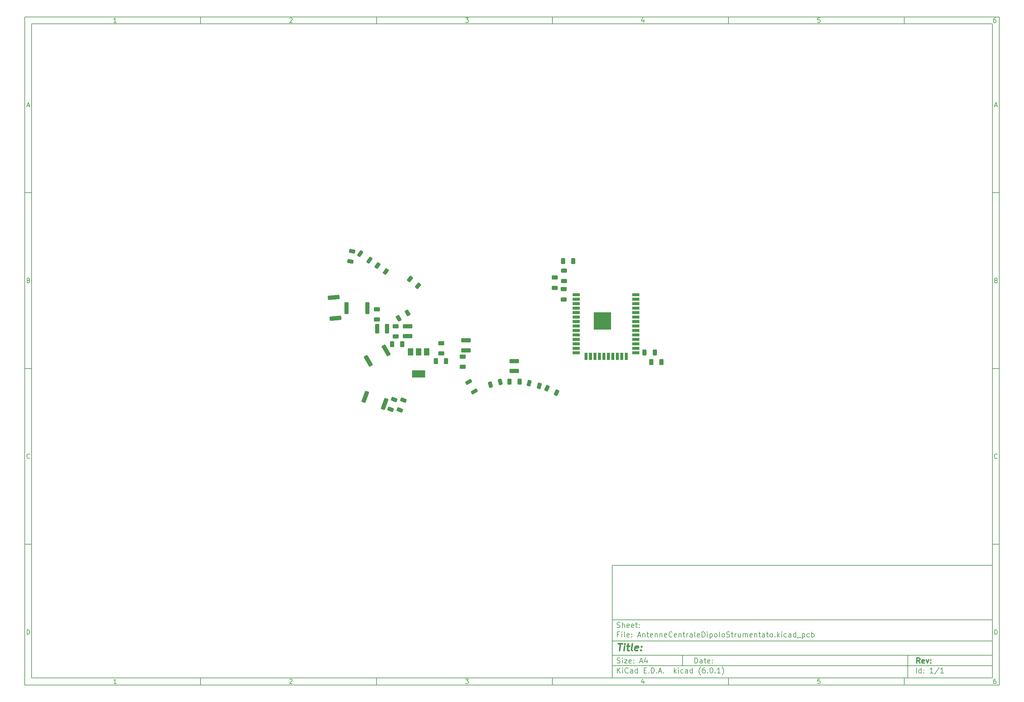
<source format=gtp>
G04 #@! TF.GenerationSoftware,KiCad,Pcbnew,(6.0.1)*
G04 #@! TF.CreationDate,2022-01-29T22:50:14+01:00*
G04 #@! TF.ProjectId,AntenneCentraleDipoloStrumentato,416e7465-6e6e-4654-9365-6e7472616c65,rev?*
G04 #@! TF.SameCoordinates,Original*
G04 #@! TF.FileFunction,Paste,Top*
G04 #@! TF.FilePolarity,Positive*
%FSLAX46Y46*%
G04 Gerber Fmt 4.6, Leading zero omitted, Abs format (unit mm)*
G04 Created by KiCad (PCBNEW (6.0.1)) date 2022-01-29 22:50:14*
%MOMM*%
%LPD*%
G01*
G04 APERTURE LIST*
G04 Aperture macros list*
%AMRoundRect*
0 Rectangle with rounded corners*
0 $1 Rounding radius*
0 $2 $3 $4 $5 $6 $7 $8 $9 X,Y pos of 4 corners*
0 Add a 4 corners polygon primitive as box body*
4,1,4,$2,$3,$4,$5,$6,$7,$8,$9,$2,$3,0*
0 Add four circle primitives for the rounded corners*
1,1,$1+$1,$2,$3*
1,1,$1+$1,$4,$5*
1,1,$1+$1,$6,$7*
1,1,$1+$1,$8,$9*
0 Add four rect primitives between the rounded corners*
20,1,$1+$1,$2,$3,$4,$5,0*
20,1,$1+$1,$4,$5,$6,$7,0*
20,1,$1+$1,$6,$7,$8,$9,0*
20,1,$1+$1,$8,$9,$2,$3,0*%
G04 Aperture macros list end*
%ADD10C,0.100000*%
%ADD11C,0.150000*%
%ADD12C,0.300000*%
%ADD13C,0.400000*%
%ADD14RoundRect,0.250000X-0.312500X-0.625000X0.312500X-0.625000X0.312500X0.625000X-0.312500X0.625000X0*%
%ADD15RoundRect,0.250000X0.547358X0.434374X-0.019085X0.698511X-0.547358X-0.434374X0.019085X-0.698511X0*%
%ADD16RoundRect,0.250000X0.641131X0.277907X0.162353X0.679649X-0.641131X-0.277907X-0.162353X-0.679649X0*%
%ADD17RoundRect,0.250000X0.625000X-0.312500X0.625000X0.312500X-0.625000X0.312500X-0.625000X-0.312500X0*%
%ADD18RoundRect,0.250000X0.743718X0.111843X0.468718X0.588157X-0.743718X-0.111843X-0.468718X-0.588157X0*%
%ADD19RoundRect,0.250000X0.312500X0.625000X-0.312500X0.625000X-0.312500X-0.625000X0.312500X-0.625000X0*%
%ADD20RoundRect,0.250000X-0.625000X0.312500X-0.625000X-0.312500X0.625000X-0.312500X0.625000X0.312500X0*%
%ADD21RoundRect,0.250000X1.451171X-0.236924X1.387983X0.485318X-1.451171X0.236924X-1.387983X-0.485318X0*%
%ADD22R,1.500000X2.000000*%
%ADD23R,3.800000X2.000000*%
%ADD24RoundRect,0.250000X-0.041867X0.697516X-0.583133X0.385016X0.041867X-0.697516X0.583133X-0.385016X0*%
%ADD25RoundRect,0.250000X0.614470X0.332727X0.102500X0.691213X-0.614470X-0.332727X-0.102500X-0.691213X0*%
%ADD26RoundRect,0.250000X0.828017X1.215080X0.146740X1.463044X-0.828017X-1.215080X-0.146740X-1.463044X0*%
%ADD27RoundRect,0.250000X-0.398566X1.415336X-1.026434X1.052836X0.398566X-1.415336X1.026434X-1.052836X0*%
%ADD28RoundRect,0.250000X0.561240X-0.416283X0.669770X0.199222X-0.561240X0.416283X-0.669770X-0.199222X0*%
%ADD29RoundRect,0.250000X0.480427X-0.507417X0.694189X0.079891X-0.480427X0.507417X-0.694189X-0.079891X0*%
%ADD30RoundRect,0.250000X0.140090X0.684585X-0.463614X0.522823X-0.140090X-0.684585X0.463614X-0.522823X0*%
%ADD31RoundRect,0.250000X0.463614X0.522823X-0.140090X0.684585X-0.463614X-0.522823X0.140090X-0.684585X0*%
%ADD32RoundRect,0.250000X-0.362500X-1.425000X0.362500X-1.425000X0.362500X1.425000X-0.362500X1.425000X0*%
%ADD33RoundRect,0.250000X1.075000X-0.375000X1.075000X0.375000X-1.075000X0.375000X-1.075000X-0.375000X0*%
%ADD34R,5.000000X5.000000*%
%ADD35R,2.000000X0.900000*%
%ADD36R,0.900000X2.000000*%
%ADD37RoundRect,0.250000X-0.375000X-1.075000X0.375000X-1.075000X0.375000X1.075000X-0.375000X1.075000X0*%
%ADD38RoundRect,0.250000X0.626770X0.415673X0.176237X0.731140X-0.626770X-0.415673X-0.176237X-0.731140X0*%
G04 APERTURE END LIST*
D10*
D11*
X177002200Y-166007200D02*
X177002200Y-198007200D01*
X285002200Y-198007200D01*
X285002200Y-166007200D01*
X177002200Y-166007200D01*
D10*
D11*
X10000000Y-10000000D02*
X10000000Y-200007200D01*
X287002200Y-200007200D01*
X287002200Y-10000000D01*
X10000000Y-10000000D01*
D10*
D11*
X12000000Y-12000000D02*
X12000000Y-198007200D01*
X285002200Y-198007200D01*
X285002200Y-12000000D01*
X12000000Y-12000000D01*
D10*
D11*
X60000000Y-12000000D02*
X60000000Y-10000000D01*
D10*
D11*
X110000000Y-12000000D02*
X110000000Y-10000000D01*
D10*
D11*
X160000000Y-12000000D02*
X160000000Y-10000000D01*
D10*
D11*
X210000000Y-12000000D02*
X210000000Y-10000000D01*
D10*
D11*
X260000000Y-12000000D02*
X260000000Y-10000000D01*
D10*
D11*
X36065476Y-11588095D02*
X35322619Y-11588095D01*
X35694047Y-11588095D02*
X35694047Y-10288095D01*
X35570238Y-10473809D01*
X35446428Y-10597619D01*
X35322619Y-10659523D01*
D10*
D11*
X85322619Y-10411904D02*
X85384523Y-10350000D01*
X85508333Y-10288095D01*
X85817857Y-10288095D01*
X85941666Y-10350000D01*
X86003571Y-10411904D01*
X86065476Y-10535714D01*
X86065476Y-10659523D01*
X86003571Y-10845238D01*
X85260714Y-11588095D01*
X86065476Y-11588095D01*
D10*
D11*
X135260714Y-10288095D02*
X136065476Y-10288095D01*
X135632142Y-10783333D01*
X135817857Y-10783333D01*
X135941666Y-10845238D01*
X136003571Y-10907142D01*
X136065476Y-11030952D01*
X136065476Y-11340476D01*
X136003571Y-11464285D01*
X135941666Y-11526190D01*
X135817857Y-11588095D01*
X135446428Y-11588095D01*
X135322619Y-11526190D01*
X135260714Y-11464285D01*
D10*
D11*
X185941666Y-10721428D02*
X185941666Y-11588095D01*
X185632142Y-10226190D02*
X185322619Y-11154761D01*
X186127380Y-11154761D01*
D10*
D11*
X236003571Y-10288095D02*
X235384523Y-10288095D01*
X235322619Y-10907142D01*
X235384523Y-10845238D01*
X235508333Y-10783333D01*
X235817857Y-10783333D01*
X235941666Y-10845238D01*
X236003571Y-10907142D01*
X236065476Y-11030952D01*
X236065476Y-11340476D01*
X236003571Y-11464285D01*
X235941666Y-11526190D01*
X235817857Y-11588095D01*
X235508333Y-11588095D01*
X235384523Y-11526190D01*
X235322619Y-11464285D01*
D10*
D11*
X285941666Y-10288095D02*
X285694047Y-10288095D01*
X285570238Y-10350000D01*
X285508333Y-10411904D01*
X285384523Y-10597619D01*
X285322619Y-10845238D01*
X285322619Y-11340476D01*
X285384523Y-11464285D01*
X285446428Y-11526190D01*
X285570238Y-11588095D01*
X285817857Y-11588095D01*
X285941666Y-11526190D01*
X286003571Y-11464285D01*
X286065476Y-11340476D01*
X286065476Y-11030952D01*
X286003571Y-10907142D01*
X285941666Y-10845238D01*
X285817857Y-10783333D01*
X285570238Y-10783333D01*
X285446428Y-10845238D01*
X285384523Y-10907142D01*
X285322619Y-11030952D01*
D10*
D11*
X60000000Y-198007200D02*
X60000000Y-200007200D01*
D10*
D11*
X110000000Y-198007200D02*
X110000000Y-200007200D01*
D10*
D11*
X160000000Y-198007200D02*
X160000000Y-200007200D01*
D10*
D11*
X210000000Y-198007200D02*
X210000000Y-200007200D01*
D10*
D11*
X260000000Y-198007200D02*
X260000000Y-200007200D01*
D10*
D11*
X36065476Y-199595295D02*
X35322619Y-199595295D01*
X35694047Y-199595295D02*
X35694047Y-198295295D01*
X35570238Y-198481009D01*
X35446428Y-198604819D01*
X35322619Y-198666723D01*
D10*
D11*
X85322619Y-198419104D02*
X85384523Y-198357200D01*
X85508333Y-198295295D01*
X85817857Y-198295295D01*
X85941666Y-198357200D01*
X86003571Y-198419104D01*
X86065476Y-198542914D01*
X86065476Y-198666723D01*
X86003571Y-198852438D01*
X85260714Y-199595295D01*
X86065476Y-199595295D01*
D10*
D11*
X135260714Y-198295295D02*
X136065476Y-198295295D01*
X135632142Y-198790533D01*
X135817857Y-198790533D01*
X135941666Y-198852438D01*
X136003571Y-198914342D01*
X136065476Y-199038152D01*
X136065476Y-199347676D01*
X136003571Y-199471485D01*
X135941666Y-199533390D01*
X135817857Y-199595295D01*
X135446428Y-199595295D01*
X135322619Y-199533390D01*
X135260714Y-199471485D01*
D10*
D11*
X185941666Y-198728628D02*
X185941666Y-199595295D01*
X185632142Y-198233390D02*
X185322619Y-199161961D01*
X186127380Y-199161961D01*
D10*
D11*
X236003571Y-198295295D02*
X235384523Y-198295295D01*
X235322619Y-198914342D01*
X235384523Y-198852438D01*
X235508333Y-198790533D01*
X235817857Y-198790533D01*
X235941666Y-198852438D01*
X236003571Y-198914342D01*
X236065476Y-199038152D01*
X236065476Y-199347676D01*
X236003571Y-199471485D01*
X235941666Y-199533390D01*
X235817857Y-199595295D01*
X235508333Y-199595295D01*
X235384523Y-199533390D01*
X235322619Y-199471485D01*
D10*
D11*
X285941666Y-198295295D02*
X285694047Y-198295295D01*
X285570238Y-198357200D01*
X285508333Y-198419104D01*
X285384523Y-198604819D01*
X285322619Y-198852438D01*
X285322619Y-199347676D01*
X285384523Y-199471485D01*
X285446428Y-199533390D01*
X285570238Y-199595295D01*
X285817857Y-199595295D01*
X285941666Y-199533390D01*
X286003571Y-199471485D01*
X286065476Y-199347676D01*
X286065476Y-199038152D01*
X286003571Y-198914342D01*
X285941666Y-198852438D01*
X285817857Y-198790533D01*
X285570238Y-198790533D01*
X285446428Y-198852438D01*
X285384523Y-198914342D01*
X285322619Y-199038152D01*
D10*
D11*
X10000000Y-60000000D02*
X12000000Y-60000000D01*
D10*
D11*
X10000000Y-110000000D02*
X12000000Y-110000000D01*
D10*
D11*
X10000000Y-160000000D02*
X12000000Y-160000000D01*
D10*
D11*
X10690476Y-35216666D02*
X11309523Y-35216666D01*
X10566666Y-35588095D02*
X11000000Y-34288095D01*
X11433333Y-35588095D01*
D10*
D11*
X11092857Y-84907142D02*
X11278571Y-84969047D01*
X11340476Y-85030952D01*
X11402380Y-85154761D01*
X11402380Y-85340476D01*
X11340476Y-85464285D01*
X11278571Y-85526190D01*
X11154761Y-85588095D01*
X10659523Y-85588095D01*
X10659523Y-84288095D01*
X11092857Y-84288095D01*
X11216666Y-84350000D01*
X11278571Y-84411904D01*
X11340476Y-84535714D01*
X11340476Y-84659523D01*
X11278571Y-84783333D01*
X11216666Y-84845238D01*
X11092857Y-84907142D01*
X10659523Y-84907142D01*
D10*
D11*
X11402380Y-135464285D02*
X11340476Y-135526190D01*
X11154761Y-135588095D01*
X11030952Y-135588095D01*
X10845238Y-135526190D01*
X10721428Y-135402380D01*
X10659523Y-135278571D01*
X10597619Y-135030952D01*
X10597619Y-134845238D01*
X10659523Y-134597619D01*
X10721428Y-134473809D01*
X10845238Y-134350000D01*
X11030952Y-134288095D01*
X11154761Y-134288095D01*
X11340476Y-134350000D01*
X11402380Y-134411904D01*
D10*
D11*
X10659523Y-185588095D02*
X10659523Y-184288095D01*
X10969047Y-184288095D01*
X11154761Y-184350000D01*
X11278571Y-184473809D01*
X11340476Y-184597619D01*
X11402380Y-184845238D01*
X11402380Y-185030952D01*
X11340476Y-185278571D01*
X11278571Y-185402380D01*
X11154761Y-185526190D01*
X10969047Y-185588095D01*
X10659523Y-185588095D01*
D10*
D11*
X287002200Y-60000000D02*
X285002200Y-60000000D01*
D10*
D11*
X287002200Y-110000000D02*
X285002200Y-110000000D01*
D10*
D11*
X287002200Y-160000000D02*
X285002200Y-160000000D01*
D10*
D11*
X285692676Y-35216666D02*
X286311723Y-35216666D01*
X285568866Y-35588095D02*
X286002200Y-34288095D01*
X286435533Y-35588095D01*
D10*
D11*
X286095057Y-84907142D02*
X286280771Y-84969047D01*
X286342676Y-85030952D01*
X286404580Y-85154761D01*
X286404580Y-85340476D01*
X286342676Y-85464285D01*
X286280771Y-85526190D01*
X286156961Y-85588095D01*
X285661723Y-85588095D01*
X285661723Y-84288095D01*
X286095057Y-84288095D01*
X286218866Y-84350000D01*
X286280771Y-84411904D01*
X286342676Y-84535714D01*
X286342676Y-84659523D01*
X286280771Y-84783333D01*
X286218866Y-84845238D01*
X286095057Y-84907142D01*
X285661723Y-84907142D01*
D10*
D11*
X286404580Y-135464285D02*
X286342676Y-135526190D01*
X286156961Y-135588095D01*
X286033152Y-135588095D01*
X285847438Y-135526190D01*
X285723628Y-135402380D01*
X285661723Y-135278571D01*
X285599819Y-135030952D01*
X285599819Y-134845238D01*
X285661723Y-134597619D01*
X285723628Y-134473809D01*
X285847438Y-134350000D01*
X286033152Y-134288095D01*
X286156961Y-134288095D01*
X286342676Y-134350000D01*
X286404580Y-134411904D01*
D10*
D11*
X285661723Y-185588095D02*
X285661723Y-184288095D01*
X285971247Y-184288095D01*
X286156961Y-184350000D01*
X286280771Y-184473809D01*
X286342676Y-184597619D01*
X286404580Y-184845238D01*
X286404580Y-185030952D01*
X286342676Y-185278571D01*
X286280771Y-185402380D01*
X286156961Y-185526190D01*
X285971247Y-185588095D01*
X285661723Y-185588095D01*
D10*
D11*
X200434342Y-193785771D02*
X200434342Y-192285771D01*
X200791485Y-192285771D01*
X201005771Y-192357200D01*
X201148628Y-192500057D01*
X201220057Y-192642914D01*
X201291485Y-192928628D01*
X201291485Y-193142914D01*
X201220057Y-193428628D01*
X201148628Y-193571485D01*
X201005771Y-193714342D01*
X200791485Y-193785771D01*
X200434342Y-193785771D01*
X202577200Y-193785771D02*
X202577200Y-193000057D01*
X202505771Y-192857200D01*
X202362914Y-192785771D01*
X202077200Y-192785771D01*
X201934342Y-192857200D01*
X202577200Y-193714342D02*
X202434342Y-193785771D01*
X202077200Y-193785771D01*
X201934342Y-193714342D01*
X201862914Y-193571485D01*
X201862914Y-193428628D01*
X201934342Y-193285771D01*
X202077200Y-193214342D01*
X202434342Y-193214342D01*
X202577200Y-193142914D01*
X203077200Y-192785771D02*
X203648628Y-192785771D01*
X203291485Y-192285771D02*
X203291485Y-193571485D01*
X203362914Y-193714342D01*
X203505771Y-193785771D01*
X203648628Y-193785771D01*
X204720057Y-193714342D02*
X204577200Y-193785771D01*
X204291485Y-193785771D01*
X204148628Y-193714342D01*
X204077200Y-193571485D01*
X204077200Y-193000057D01*
X204148628Y-192857200D01*
X204291485Y-192785771D01*
X204577200Y-192785771D01*
X204720057Y-192857200D01*
X204791485Y-193000057D01*
X204791485Y-193142914D01*
X204077200Y-193285771D01*
X205434342Y-193642914D02*
X205505771Y-193714342D01*
X205434342Y-193785771D01*
X205362914Y-193714342D01*
X205434342Y-193642914D01*
X205434342Y-193785771D01*
X205434342Y-192857200D02*
X205505771Y-192928628D01*
X205434342Y-193000057D01*
X205362914Y-192928628D01*
X205434342Y-192857200D01*
X205434342Y-193000057D01*
D10*
D11*
X177002200Y-194507200D02*
X285002200Y-194507200D01*
D10*
D11*
X178434342Y-196585771D02*
X178434342Y-195085771D01*
X179291485Y-196585771D02*
X178648628Y-195728628D01*
X179291485Y-195085771D02*
X178434342Y-195942914D01*
X179934342Y-196585771D02*
X179934342Y-195585771D01*
X179934342Y-195085771D02*
X179862914Y-195157200D01*
X179934342Y-195228628D01*
X180005771Y-195157200D01*
X179934342Y-195085771D01*
X179934342Y-195228628D01*
X181505771Y-196442914D02*
X181434342Y-196514342D01*
X181220057Y-196585771D01*
X181077200Y-196585771D01*
X180862914Y-196514342D01*
X180720057Y-196371485D01*
X180648628Y-196228628D01*
X180577200Y-195942914D01*
X180577200Y-195728628D01*
X180648628Y-195442914D01*
X180720057Y-195300057D01*
X180862914Y-195157200D01*
X181077200Y-195085771D01*
X181220057Y-195085771D01*
X181434342Y-195157200D01*
X181505771Y-195228628D01*
X182791485Y-196585771D02*
X182791485Y-195800057D01*
X182720057Y-195657200D01*
X182577200Y-195585771D01*
X182291485Y-195585771D01*
X182148628Y-195657200D01*
X182791485Y-196514342D02*
X182648628Y-196585771D01*
X182291485Y-196585771D01*
X182148628Y-196514342D01*
X182077200Y-196371485D01*
X182077200Y-196228628D01*
X182148628Y-196085771D01*
X182291485Y-196014342D01*
X182648628Y-196014342D01*
X182791485Y-195942914D01*
X184148628Y-196585771D02*
X184148628Y-195085771D01*
X184148628Y-196514342D02*
X184005771Y-196585771D01*
X183720057Y-196585771D01*
X183577200Y-196514342D01*
X183505771Y-196442914D01*
X183434342Y-196300057D01*
X183434342Y-195871485D01*
X183505771Y-195728628D01*
X183577200Y-195657200D01*
X183720057Y-195585771D01*
X184005771Y-195585771D01*
X184148628Y-195657200D01*
X186005771Y-195800057D02*
X186505771Y-195800057D01*
X186720057Y-196585771D02*
X186005771Y-196585771D01*
X186005771Y-195085771D01*
X186720057Y-195085771D01*
X187362914Y-196442914D02*
X187434342Y-196514342D01*
X187362914Y-196585771D01*
X187291485Y-196514342D01*
X187362914Y-196442914D01*
X187362914Y-196585771D01*
X188077200Y-196585771D02*
X188077200Y-195085771D01*
X188434342Y-195085771D01*
X188648628Y-195157200D01*
X188791485Y-195300057D01*
X188862914Y-195442914D01*
X188934342Y-195728628D01*
X188934342Y-195942914D01*
X188862914Y-196228628D01*
X188791485Y-196371485D01*
X188648628Y-196514342D01*
X188434342Y-196585771D01*
X188077200Y-196585771D01*
X189577200Y-196442914D02*
X189648628Y-196514342D01*
X189577200Y-196585771D01*
X189505771Y-196514342D01*
X189577200Y-196442914D01*
X189577200Y-196585771D01*
X190220057Y-196157200D02*
X190934342Y-196157200D01*
X190077200Y-196585771D02*
X190577200Y-195085771D01*
X191077200Y-196585771D01*
X191577200Y-196442914D02*
X191648628Y-196514342D01*
X191577200Y-196585771D01*
X191505771Y-196514342D01*
X191577200Y-196442914D01*
X191577200Y-196585771D01*
X194577200Y-196585771D02*
X194577200Y-195085771D01*
X194720057Y-196014342D02*
X195148628Y-196585771D01*
X195148628Y-195585771D02*
X194577200Y-196157200D01*
X195791485Y-196585771D02*
X195791485Y-195585771D01*
X195791485Y-195085771D02*
X195720057Y-195157200D01*
X195791485Y-195228628D01*
X195862914Y-195157200D01*
X195791485Y-195085771D01*
X195791485Y-195228628D01*
X197148628Y-196514342D02*
X197005771Y-196585771D01*
X196720057Y-196585771D01*
X196577200Y-196514342D01*
X196505771Y-196442914D01*
X196434342Y-196300057D01*
X196434342Y-195871485D01*
X196505771Y-195728628D01*
X196577200Y-195657200D01*
X196720057Y-195585771D01*
X197005771Y-195585771D01*
X197148628Y-195657200D01*
X198434342Y-196585771D02*
X198434342Y-195800057D01*
X198362914Y-195657200D01*
X198220057Y-195585771D01*
X197934342Y-195585771D01*
X197791485Y-195657200D01*
X198434342Y-196514342D02*
X198291485Y-196585771D01*
X197934342Y-196585771D01*
X197791485Y-196514342D01*
X197720057Y-196371485D01*
X197720057Y-196228628D01*
X197791485Y-196085771D01*
X197934342Y-196014342D01*
X198291485Y-196014342D01*
X198434342Y-195942914D01*
X199791485Y-196585771D02*
X199791485Y-195085771D01*
X199791485Y-196514342D02*
X199648628Y-196585771D01*
X199362914Y-196585771D01*
X199220057Y-196514342D01*
X199148628Y-196442914D01*
X199077200Y-196300057D01*
X199077200Y-195871485D01*
X199148628Y-195728628D01*
X199220057Y-195657200D01*
X199362914Y-195585771D01*
X199648628Y-195585771D01*
X199791485Y-195657200D01*
X202077200Y-197157200D02*
X202005771Y-197085771D01*
X201862914Y-196871485D01*
X201791485Y-196728628D01*
X201720057Y-196514342D01*
X201648628Y-196157200D01*
X201648628Y-195871485D01*
X201720057Y-195514342D01*
X201791485Y-195300057D01*
X201862914Y-195157200D01*
X202005771Y-194942914D01*
X202077200Y-194871485D01*
X203291485Y-195085771D02*
X203005771Y-195085771D01*
X202862914Y-195157200D01*
X202791485Y-195228628D01*
X202648628Y-195442914D01*
X202577200Y-195728628D01*
X202577200Y-196300057D01*
X202648628Y-196442914D01*
X202720057Y-196514342D01*
X202862914Y-196585771D01*
X203148628Y-196585771D01*
X203291485Y-196514342D01*
X203362914Y-196442914D01*
X203434342Y-196300057D01*
X203434342Y-195942914D01*
X203362914Y-195800057D01*
X203291485Y-195728628D01*
X203148628Y-195657200D01*
X202862914Y-195657200D01*
X202720057Y-195728628D01*
X202648628Y-195800057D01*
X202577200Y-195942914D01*
X204077200Y-196442914D02*
X204148628Y-196514342D01*
X204077200Y-196585771D01*
X204005771Y-196514342D01*
X204077200Y-196442914D01*
X204077200Y-196585771D01*
X205077200Y-195085771D02*
X205220057Y-195085771D01*
X205362914Y-195157200D01*
X205434342Y-195228628D01*
X205505771Y-195371485D01*
X205577200Y-195657200D01*
X205577200Y-196014342D01*
X205505771Y-196300057D01*
X205434342Y-196442914D01*
X205362914Y-196514342D01*
X205220057Y-196585771D01*
X205077200Y-196585771D01*
X204934342Y-196514342D01*
X204862914Y-196442914D01*
X204791485Y-196300057D01*
X204720057Y-196014342D01*
X204720057Y-195657200D01*
X204791485Y-195371485D01*
X204862914Y-195228628D01*
X204934342Y-195157200D01*
X205077200Y-195085771D01*
X206220057Y-196442914D02*
X206291485Y-196514342D01*
X206220057Y-196585771D01*
X206148628Y-196514342D01*
X206220057Y-196442914D01*
X206220057Y-196585771D01*
X207720057Y-196585771D02*
X206862914Y-196585771D01*
X207291485Y-196585771D02*
X207291485Y-195085771D01*
X207148628Y-195300057D01*
X207005771Y-195442914D01*
X206862914Y-195514342D01*
X208220057Y-197157200D02*
X208291485Y-197085771D01*
X208434342Y-196871485D01*
X208505771Y-196728628D01*
X208577200Y-196514342D01*
X208648628Y-196157200D01*
X208648628Y-195871485D01*
X208577200Y-195514342D01*
X208505771Y-195300057D01*
X208434342Y-195157200D01*
X208291485Y-194942914D01*
X208220057Y-194871485D01*
D10*
D11*
X177002200Y-191507200D02*
X285002200Y-191507200D01*
D10*
D12*
X264411485Y-193785771D02*
X263911485Y-193071485D01*
X263554342Y-193785771D02*
X263554342Y-192285771D01*
X264125771Y-192285771D01*
X264268628Y-192357200D01*
X264340057Y-192428628D01*
X264411485Y-192571485D01*
X264411485Y-192785771D01*
X264340057Y-192928628D01*
X264268628Y-193000057D01*
X264125771Y-193071485D01*
X263554342Y-193071485D01*
X265625771Y-193714342D02*
X265482914Y-193785771D01*
X265197200Y-193785771D01*
X265054342Y-193714342D01*
X264982914Y-193571485D01*
X264982914Y-193000057D01*
X265054342Y-192857200D01*
X265197200Y-192785771D01*
X265482914Y-192785771D01*
X265625771Y-192857200D01*
X265697200Y-193000057D01*
X265697200Y-193142914D01*
X264982914Y-193285771D01*
X266197200Y-192785771D02*
X266554342Y-193785771D01*
X266911485Y-192785771D01*
X267482914Y-193642914D02*
X267554342Y-193714342D01*
X267482914Y-193785771D01*
X267411485Y-193714342D01*
X267482914Y-193642914D01*
X267482914Y-193785771D01*
X267482914Y-192857200D02*
X267554342Y-192928628D01*
X267482914Y-193000057D01*
X267411485Y-192928628D01*
X267482914Y-192857200D01*
X267482914Y-193000057D01*
D10*
D11*
X178362914Y-193714342D02*
X178577200Y-193785771D01*
X178934342Y-193785771D01*
X179077200Y-193714342D01*
X179148628Y-193642914D01*
X179220057Y-193500057D01*
X179220057Y-193357200D01*
X179148628Y-193214342D01*
X179077200Y-193142914D01*
X178934342Y-193071485D01*
X178648628Y-193000057D01*
X178505771Y-192928628D01*
X178434342Y-192857200D01*
X178362914Y-192714342D01*
X178362914Y-192571485D01*
X178434342Y-192428628D01*
X178505771Y-192357200D01*
X178648628Y-192285771D01*
X179005771Y-192285771D01*
X179220057Y-192357200D01*
X179862914Y-193785771D02*
X179862914Y-192785771D01*
X179862914Y-192285771D02*
X179791485Y-192357200D01*
X179862914Y-192428628D01*
X179934342Y-192357200D01*
X179862914Y-192285771D01*
X179862914Y-192428628D01*
X180434342Y-192785771D02*
X181220057Y-192785771D01*
X180434342Y-193785771D01*
X181220057Y-193785771D01*
X182362914Y-193714342D02*
X182220057Y-193785771D01*
X181934342Y-193785771D01*
X181791485Y-193714342D01*
X181720057Y-193571485D01*
X181720057Y-193000057D01*
X181791485Y-192857200D01*
X181934342Y-192785771D01*
X182220057Y-192785771D01*
X182362914Y-192857200D01*
X182434342Y-193000057D01*
X182434342Y-193142914D01*
X181720057Y-193285771D01*
X183077200Y-193642914D02*
X183148628Y-193714342D01*
X183077200Y-193785771D01*
X183005771Y-193714342D01*
X183077200Y-193642914D01*
X183077200Y-193785771D01*
X183077200Y-192857200D02*
X183148628Y-192928628D01*
X183077200Y-193000057D01*
X183005771Y-192928628D01*
X183077200Y-192857200D01*
X183077200Y-193000057D01*
X184862914Y-193357200D02*
X185577200Y-193357200D01*
X184720057Y-193785771D02*
X185220057Y-192285771D01*
X185720057Y-193785771D01*
X186862914Y-192785771D02*
X186862914Y-193785771D01*
X186505771Y-192214342D02*
X186148628Y-193285771D01*
X187077200Y-193285771D01*
D10*
D11*
X263434342Y-196585771D02*
X263434342Y-195085771D01*
X264791485Y-196585771D02*
X264791485Y-195085771D01*
X264791485Y-196514342D02*
X264648628Y-196585771D01*
X264362914Y-196585771D01*
X264220057Y-196514342D01*
X264148628Y-196442914D01*
X264077200Y-196300057D01*
X264077200Y-195871485D01*
X264148628Y-195728628D01*
X264220057Y-195657200D01*
X264362914Y-195585771D01*
X264648628Y-195585771D01*
X264791485Y-195657200D01*
X265505771Y-196442914D02*
X265577200Y-196514342D01*
X265505771Y-196585771D01*
X265434342Y-196514342D01*
X265505771Y-196442914D01*
X265505771Y-196585771D01*
X265505771Y-195657200D02*
X265577200Y-195728628D01*
X265505771Y-195800057D01*
X265434342Y-195728628D01*
X265505771Y-195657200D01*
X265505771Y-195800057D01*
X268148628Y-196585771D02*
X267291485Y-196585771D01*
X267720057Y-196585771D02*
X267720057Y-195085771D01*
X267577200Y-195300057D01*
X267434342Y-195442914D01*
X267291485Y-195514342D01*
X269862914Y-195014342D02*
X268577200Y-196942914D01*
X271148628Y-196585771D02*
X270291485Y-196585771D01*
X270720057Y-196585771D02*
X270720057Y-195085771D01*
X270577200Y-195300057D01*
X270434342Y-195442914D01*
X270291485Y-195514342D01*
D10*
D11*
X177002200Y-187507200D02*
X285002200Y-187507200D01*
D10*
D13*
X178714580Y-188211961D02*
X179857438Y-188211961D01*
X179036009Y-190211961D02*
X179286009Y-188211961D01*
X180274104Y-190211961D02*
X180440771Y-188878628D01*
X180524104Y-188211961D02*
X180416961Y-188307200D01*
X180500295Y-188402438D01*
X180607438Y-188307200D01*
X180524104Y-188211961D01*
X180500295Y-188402438D01*
X181107438Y-188878628D02*
X181869342Y-188878628D01*
X181476485Y-188211961D02*
X181262200Y-189926247D01*
X181333628Y-190116723D01*
X181512200Y-190211961D01*
X181702676Y-190211961D01*
X182655057Y-190211961D02*
X182476485Y-190116723D01*
X182405057Y-189926247D01*
X182619342Y-188211961D01*
X184190771Y-190116723D02*
X183988390Y-190211961D01*
X183607438Y-190211961D01*
X183428866Y-190116723D01*
X183357438Y-189926247D01*
X183452676Y-189164342D01*
X183571723Y-188973866D01*
X183774104Y-188878628D01*
X184155057Y-188878628D01*
X184333628Y-188973866D01*
X184405057Y-189164342D01*
X184381247Y-189354819D01*
X183405057Y-189545295D01*
X185155057Y-190021485D02*
X185238390Y-190116723D01*
X185131247Y-190211961D01*
X185047914Y-190116723D01*
X185155057Y-190021485D01*
X185131247Y-190211961D01*
X185286009Y-188973866D02*
X185369342Y-189069104D01*
X185262200Y-189164342D01*
X185178866Y-189069104D01*
X185286009Y-188973866D01*
X185262200Y-189164342D01*
D10*
D11*
X178934342Y-185600057D02*
X178434342Y-185600057D01*
X178434342Y-186385771D02*
X178434342Y-184885771D01*
X179148628Y-184885771D01*
X179720057Y-186385771D02*
X179720057Y-185385771D01*
X179720057Y-184885771D02*
X179648628Y-184957200D01*
X179720057Y-185028628D01*
X179791485Y-184957200D01*
X179720057Y-184885771D01*
X179720057Y-185028628D01*
X180648628Y-186385771D02*
X180505771Y-186314342D01*
X180434342Y-186171485D01*
X180434342Y-184885771D01*
X181791485Y-186314342D02*
X181648628Y-186385771D01*
X181362914Y-186385771D01*
X181220057Y-186314342D01*
X181148628Y-186171485D01*
X181148628Y-185600057D01*
X181220057Y-185457200D01*
X181362914Y-185385771D01*
X181648628Y-185385771D01*
X181791485Y-185457200D01*
X181862914Y-185600057D01*
X181862914Y-185742914D01*
X181148628Y-185885771D01*
X182505771Y-186242914D02*
X182577200Y-186314342D01*
X182505771Y-186385771D01*
X182434342Y-186314342D01*
X182505771Y-186242914D01*
X182505771Y-186385771D01*
X182505771Y-185457200D02*
X182577200Y-185528628D01*
X182505771Y-185600057D01*
X182434342Y-185528628D01*
X182505771Y-185457200D01*
X182505771Y-185600057D01*
X184291485Y-185957200D02*
X185005771Y-185957200D01*
X184148628Y-186385771D02*
X184648628Y-184885771D01*
X185148628Y-186385771D01*
X185648628Y-185385771D02*
X185648628Y-186385771D01*
X185648628Y-185528628D02*
X185720057Y-185457200D01*
X185862914Y-185385771D01*
X186077200Y-185385771D01*
X186220057Y-185457200D01*
X186291485Y-185600057D01*
X186291485Y-186385771D01*
X186791485Y-185385771D02*
X187362914Y-185385771D01*
X187005771Y-184885771D02*
X187005771Y-186171485D01*
X187077200Y-186314342D01*
X187220057Y-186385771D01*
X187362914Y-186385771D01*
X188434342Y-186314342D02*
X188291485Y-186385771D01*
X188005771Y-186385771D01*
X187862914Y-186314342D01*
X187791485Y-186171485D01*
X187791485Y-185600057D01*
X187862914Y-185457200D01*
X188005771Y-185385771D01*
X188291485Y-185385771D01*
X188434342Y-185457200D01*
X188505771Y-185600057D01*
X188505771Y-185742914D01*
X187791485Y-185885771D01*
X189148628Y-185385771D02*
X189148628Y-186385771D01*
X189148628Y-185528628D02*
X189220057Y-185457200D01*
X189362914Y-185385771D01*
X189577200Y-185385771D01*
X189720057Y-185457200D01*
X189791485Y-185600057D01*
X189791485Y-186385771D01*
X190505771Y-185385771D02*
X190505771Y-186385771D01*
X190505771Y-185528628D02*
X190577200Y-185457200D01*
X190720057Y-185385771D01*
X190934342Y-185385771D01*
X191077200Y-185457200D01*
X191148628Y-185600057D01*
X191148628Y-186385771D01*
X192434342Y-186314342D02*
X192291485Y-186385771D01*
X192005771Y-186385771D01*
X191862914Y-186314342D01*
X191791485Y-186171485D01*
X191791485Y-185600057D01*
X191862914Y-185457200D01*
X192005771Y-185385771D01*
X192291485Y-185385771D01*
X192434342Y-185457200D01*
X192505771Y-185600057D01*
X192505771Y-185742914D01*
X191791485Y-185885771D01*
X194005771Y-186242914D02*
X193934342Y-186314342D01*
X193720057Y-186385771D01*
X193577200Y-186385771D01*
X193362914Y-186314342D01*
X193220057Y-186171485D01*
X193148628Y-186028628D01*
X193077200Y-185742914D01*
X193077200Y-185528628D01*
X193148628Y-185242914D01*
X193220057Y-185100057D01*
X193362914Y-184957200D01*
X193577200Y-184885771D01*
X193720057Y-184885771D01*
X193934342Y-184957200D01*
X194005771Y-185028628D01*
X195220057Y-186314342D02*
X195077200Y-186385771D01*
X194791485Y-186385771D01*
X194648628Y-186314342D01*
X194577200Y-186171485D01*
X194577200Y-185600057D01*
X194648628Y-185457200D01*
X194791485Y-185385771D01*
X195077200Y-185385771D01*
X195220057Y-185457200D01*
X195291485Y-185600057D01*
X195291485Y-185742914D01*
X194577200Y-185885771D01*
X195934342Y-185385771D02*
X195934342Y-186385771D01*
X195934342Y-185528628D02*
X196005771Y-185457200D01*
X196148628Y-185385771D01*
X196362914Y-185385771D01*
X196505771Y-185457200D01*
X196577200Y-185600057D01*
X196577200Y-186385771D01*
X197077200Y-185385771D02*
X197648628Y-185385771D01*
X197291485Y-184885771D02*
X197291485Y-186171485D01*
X197362914Y-186314342D01*
X197505771Y-186385771D01*
X197648628Y-186385771D01*
X198148628Y-186385771D02*
X198148628Y-185385771D01*
X198148628Y-185671485D02*
X198220057Y-185528628D01*
X198291485Y-185457200D01*
X198434342Y-185385771D01*
X198577200Y-185385771D01*
X199720057Y-186385771D02*
X199720057Y-185600057D01*
X199648628Y-185457200D01*
X199505771Y-185385771D01*
X199220057Y-185385771D01*
X199077200Y-185457200D01*
X199720057Y-186314342D02*
X199577200Y-186385771D01*
X199220057Y-186385771D01*
X199077200Y-186314342D01*
X199005771Y-186171485D01*
X199005771Y-186028628D01*
X199077200Y-185885771D01*
X199220057Y-185814342D01*
X199577200Y-185814342D01*
X199720057Y-185742914D01*
X200648628Y-186385771D02*
X200505771Y-186314342D01*
X200434342Y-186171485D01*
X200434342Y-184885771D01*
X201791485Y-186314342D02*
X201648628Y-186385771D01*
X201362914Y-186385771D01*
X201220057Y-186314342D01*
X201148628Y-186171485D01*
X201148628Y-185600057D01*
X201220057Y-185457200D01*
X201362914Y-185385771D01*
X201648628Y-185385771D01*
X201791485Y-185457200D01*
X201862914Y-185600057D01*
X201862914Y-185742914D01*
X201148628Y-185885771D01*
X202505771Y-186385771D02*
X202505771Y-184885771D01*
X202862914Y-184885771D01*
X203077200Y-184957200D01*
X203220057Y-185100057D01*
X203291485Y-185242914D01*
X203362914Y-185528628D01*
X203362914Y-185742914D01*
X203291485Y-186028628D01*
X203220057Y-186171485D01*
X203077200Y-186314342D01*
X202862914Y-186385771D01*
X202505771Y-186385771D01*
X204005771Y-186385771D02*
X204005771Y-185385771D01*
X204005771Y-184885771D02*
X203934342Y-184957200D01*
X204005771Y-185028628D01*
X204077200Y-184957200D01*
X204005771Y-184885771D01*
X204005771Y-185028628D01*
X204720057Y-185385771D02*
X204720057Y-186885771D01*
X204720057Y-185457200D02*
X204862914Y-185385771D01*
X205148628Y-185385771D01*
X205291485Y-185457200D01*
X205362914Y-185528628D01*
X205434342Y-185671485D01*
X205434342Y-186100057D01*
X205362914Y-186242914D01*
X205291485Y-186314342D01*
X205148628Y-186385771D01*
X204862914Y-186385771D01*
X204720057Y-186314342D01*
X206291485Y-186385771D02*
X206148628Y-186314342D01*
X206077200Y-186242914D01*
X206005771Y-186100057D01*
X206005771Y-185671485D01*
X206077200Y-185528628D01*
X206148628Y-185457200D01*
X206291485Y-185385771D01*
X206505771Y-185385771D01*
X206648628Y-185457200D01*
X206720057Y-185528628D01*
X206791485Y-185671485D01*
X206791485Y-186100057D01*
X206720057Y-186242914D01*
X206648628Y-186314342D01*
X206505771Y-186385771D01*
X206291485Y-186385771D01*
X207648628Y-186385771D02*
X207505771Y-186314342D01*
X207434342Y-186171485D01*
X207434342Y-184885771D01*
X208434342Y-186385771D02*
X208291485Y-186314342D01*
X208220057Y-186242914D01*
X208148628Y-186100057D01*
X208148628Y-185671485D01*
X208220057Y-185528628D01*
X208291485Y-185457200D01*
X208434342Y-185385771D01*
X208648628Y-185385771D01*
X208791485Y-185457200D01*
X208862914Y-185528628D01*
X208934342Y-185671485D01*
X208934342Y-186100057D01*
X208862914Y-186242914D01*
X208791485Y-186314342D01*
X208648628Y-186385771D01*
X208434342Y-186385771D01*
X209505771Y-186314342D02*
X209720057Y-186385771D01*
X210077200Y-186385771D01*
X210220057Y-186314342D01*
X210291485Y-186242914D01*
X210362914Y-186100057D01*
X210362914Y-185957200D01*
X210291485Y-185814342D01*
X210220057Y-185742914D01*
X210077200Y-185671485D01*
X209791485Y-185600057D01*
X209648628Y-185528628D01*
X209577200Y-185457200D01*
X209505771Y-185314342D01*
X209505771Y-185171485D01*
X209577200Y-185028628D01*
X209648628Y-184957200D01*
X209791485Y-184885771D01*
X210148628Y-184885771D01*
X210362914Y-184957200D01*
X210791485Y-185385771D02*
X211362914Y-185385771D01*
X211005771Y-184885771D02*
X211005771Y-186171485D01*
X211077200Y-186314342D01*
X211220057Y-186385771D01*
X211362914Y-186385771D01*
X211862914Y-186385771D02*
X211862914Y-185385771D01*
X211862914Y-185671485D02*
X211934342Y-185528628D01*
X212005771Y-185457200D01*
X212148628Y-185385771D01*
X212291485Y-185385771D01*
X213434342Y-185385771D02*
X213434342Y-186385771D01*
X212791485Y-185385771D02*
X212791485Y-186171485D01*
X212862914Y-186314342D01*
X213005771Y-186385771D01*
X213220057Y-186385771D01*
X213362914Y-186314342D01*
X213434342Y-186242914D01*
X214148628Y-186385771D02*
X214148628Y-185385771D01*
X214148628Y-185528628D02*
X214220057Y-185457200D01*
X214362914Y-185385771D01*
X214577200Y-185385771D01*
X214720057Y-185457200D01*
X214791485Y-185600057D01*
X214791485Y-186385771D01*
X214791485Y-185600057D02*
X214862914Y-185457200D01*
X215005771Y-185385771D01*
X215220057Y-185385771D01*
X215362914Y-185457200D01*
X215434342Y-185600057D01*
X215434342Y-186385771D01*
X216720057Y-186314342D02*
X216577200Y-186385771D01*
X216291485Y-186385771D01*
X216148628Y-186314342D01*
X216077200Y-186171485D01*
X216077200Y-185600057D01*
X216148628Y-185457200D01*
X216291485Y-185385771D01*
X216577200Y-185385771D01*
X216720057Y-185457200D01*
X216791485Y-185600057D01*
X216791485Y-185742914D01*
X216077200Y-185885771D01*
X217434342Y-185385771D02*
X217434342Y-186385771D01*
X217434342Y-185528628D02*
X217505771Y-185457200D01*
X217648628Y-185385771D01*
X217862914Y-185385771D01*
X218005771Y-185457200D01*
X218077200Y-185600057D01*
X218077200Y-186385771D01*
X218577200Y-185385771D02*
X219148628Y-185385771D01*
X218791485Y-184885771D02*
X218791485Y-186171485D01*
X218862914Y-186314342D01*
X219005771Y-186385771D01*
X219148628Y-186385771D01*
X220291485Y-186385771D02*
X220291485Y-185600057D01*
X220220057Y-185457200D01*
X220077200Y-185385771D01*
X219791485Y-185385771D01*
X219648628Y-185457200D01*
X220291485Y-186314342D02*
X220148628Y-186385771D01*
X219791485Y-186385771D01*
X219648628Y-186314342D01*
X219577200Y-186171485D01*
X219577200Y-186028628D01*
X219648628Y-185885771D01*
X219791485Y-185814342D01*
X220148628Y-185814342D01*
X220291485Y-185742914D01*
X220791485Y-185385771D02*
X221362914Y-185385771D01*
X221005771Y-184885771D02*
X221005771Y-186171485D01*
X221077200Y-186314342D01*
X221220057Y-186385771D01*
X221362914Y-186385771D01*
X222077200Y-186385771D02*
X221934342Y-186314342D01*
X221862914Y-186242914D01*
X221791485Y-186100057D01*
X221791485Y-185671485D01*
X221862914Y-185528628D01*
X221934342Y-185457200D01*
X222077200Y-185385771D01*
X222291485Y-185385771D01*
X222434342Y-185457200D01*
X222505771Y-185528628D01*
X222577200Y-185671485D01*
X222577200Y-186100057D01*
X222505771Y-186242914D01*
X222434342Y-186314342D01*
X222291485Y-186385771D01*
X222077200Y-186385771D01*
X223220057Y-186242914D02*
X223291485Y-186314342D01*
X223220057Y-186385771D01*
X223148628Y-186314342D01*
X223220057Y-186242914D01*
X223220057Y-186385771D01*
X223934342Y-186385771D02*
X223934342Y-184885771D01*
X224077200Y-185814342D02*
X224505771Y-186385771D01*
X224505771Y-185385771D02*
X223934342Y-185957200D01*
X225148628Y-186385771D02*
X225148628Y-185385771D01*
X225148628Y-184885771D02*
X225077200Y-184957200D01*
X225148628Y-185028628D01*
X225220057Y-184957200D01*
X225148628Y-184885771D01*
X225148628Y-185028628D01*
X226505771Y-186314342D02*
X226362914Y-186385771D01*
X226077200Y-186385771D01*
X225934342Y-186314342D01*
X225862914Y-186242914D01*
X225791485Y-186100057D01*
X225791485Y-185671485D01*
X225862914Y-185528628D01*
X225934342Y-185457200D01*
X226077200Y-185385771D01*
X226362914Y-185385771D01*
X226505771Y-185457200D01*
X227791485Y-186385771D02*
X227791485Y-185600057D01*
X227720057Y-185457200D01*
X227577200Y-185385771D01*
X227291485Y-185385771D01*
X227148628Y-185457200D01*
X227791485Y-186314342D02*
X227648628Y-186385771D01*
X227291485Y-186385771D01*
X227148628Y-186314342D01*
X227077200Y-186171485D01*
X227077200Y-186028628D01*
X227148628Y-185885771D01*
X227291485Y-185814342D01*
X227648628Y-185814342D01*
X227791485Y-185742914D01*
X229148628Y-186385771D02*
X229148628Y-184885771D01*
X229148628Y-186314342D02*
X229005771Y-186385771D01*
X228720057Y-186385771D01*
X228577200Y-186314342D01*
X228505771Y-186242914D01*
X228434342Y-186100057D01*
X228434342Y-185671485D01*
X228505771Y-185528628D01*
X228577200Y-185457200D01*
X228720057Y-185385771D01*
X229005771Y-185385771D01*
X229148628Y-185457200D01*
X229505771Y-186528628D02*
X230648628Y-186528628D01*
X231005771Y-185385771D02*
X231005771Y-186885771D01*
X231005771Y-185457200D02*
X231148628Y-185385771D01*
X231434342Y-185385771D01*
X231577200Y-185457200D01*
X231648628Y-185528628D01*
X231720057Y-185671485D01*
X231720057Y-186100057D01*
X231648628Y-186242914D01*
X231577200Y-186314342D01*
X231434342Y-186385771D01*
X231148628Y-186385771D01*
X231005771Y-186314342D01*
X233005771Y-186314342D02*
X232862914Y-186385771D01*
X232577200Y-186385771D01*
X232434342Y-186314342D01*
X232362914Y-186242914D01*
X232291485Y-186100057D01*
X232291485Y-185671485D01*
X232362914Y-185528628D01*
X232434342Y-185457200D01*
X232577200Y-185385771D01*
X232862914Y-185385771D01*
X233005771Y-185457200D01*
X233648628Y-186385771D02*
X233648628Y-184885771D01*
X233648628Y-185457200D02*
X233791485Y-185385771D01*
X234077200Y-185385771D01*
X234220057Y-185457200D01*
X234291485Y-185528628D01*
X234362914Y-185671485D01*
X234362914Y-186100057D01*
X234291485Y-186242914D01*
X234220057Y-186314342D01*
X234077200Y-186385771D01*
X233791485Y-186385771D01*
X233648628Y-186314342D01*
D10*
D11*
X177002200Y-181507200D02*
X285002200Y-181507200D01*
D10*
D11*
X178362914Y-183614342D02*
X178577200Y-183685771D01*
X178934342Y-183685771D01*
X179077200Y-183614342D01*
X179148628Y-183542914D01*
X179220057Y-183400057D01*
X179220057Y-183257200D01*
X179148628Y-183114342D01*
X179077200Y-183042914D01*
X178934342Y-182971485D01*
X178648628Y-182900057D01*
X178505771Y-182828628D01*
X178434342Y-182757200D01*
X178362914Y-182614342D01*
X178362914Y-182471485D01*
X178434342Y-182328628D01*
X178505771Y-182257200D01*
X178648628Y-182185771D01*
X179005771Y-182185771D01*
X179220057Y-182257200D01*
X179862914Y-183685771D02*
X179862914Y-182185771D01*
X180505771Y-183685771D02*
X180505771Y-182900057D01*
X180434342Y-182757200D01*
X180291485Y-182685771D01*
X180077200Y-182685771D01*
X179934342Y-182757200D01*
X179862914Y-182828628D01*
X181791485Y-183614342D02*
X181648628Y-183685771D01*
X181362914Y-183685771D01*
X181220057Y-183614342D01*
X181148628Y-183471485D01*
X181148628Y-182900057D01*
X181220057Y-182757200D01*
X181362914Y-182685771D01*
X181648628Y-182685771D01*
X181791485Y-182757200D01*
X181862914Y-182900057D01*
X181862914Y-183042914D01*
X181148628Y-183185771D01*
X183077200Y-183614342D02*
X182934342Y-183685771D01*
X182648628Y-183685771D01*
X182505771Y-183614342D01*
X182434342Y-183471485D01*
X182434342Y-182900057D01*
X182505771Y-182757200D01*
X182648628Y-182685771D01*
X182934342Y-182685771D01*
X183077200Y-182757200D01*
X183148628Y-182900057D01*
X183148628Y-183042914D01*
X182434342Y-183185771D01*
X183577200Y-182685771D02*
X184148628Y-182685771D01*
X183791485Y-182185771D02*
X183791485Y-183471485D01*
X183862914Y-183614342D01*
X184005771Y-183685771D01*
X184148628Y-183685771D01*
X184648628Y-183542914D02*
X184720057Y-183614342D01*
X184648628Y-183685771D01*
X184577200Y-183614342D01*
X184648628Y-183542914D01*
X184648628Y-183685771D01*
X184648628Y-182757200D02*
X184720057Y-182828628D01*
X184648628Y-182900057D01*
X184577200Y-182828628D01*
X184648628Y-182757200D01*
X184648628Y-182900057D01*
D10*
D12*
D10*
D11*
D10*
D11*
D10*
D11*
D10*
D11*
D10*
D11*
X197002200Y-191507200D02*
X197002200Y-194507200D01*
D10*
D11*
X261002200Y-191507200D02*
X261002200Y-198007200D01*
D14*
X147762500Y-113741200D03*
X150687500Y-113741200D03*
D15*
X161116875Y-116848479D03*
X158465925Y-115612321D03*
D16*
X121744940Y-86436477D03*
X119504260Y-84556323D03*
D17*
X163245800Y-82154300D03*
X163245800Y-85079300D03*
D18*
X136169300Y-113799610D03*
X137744300Y-116527590D03*
D19*
X163002500Y-79476600D03*
X165927500Y-79476600D03*
D20*
X110083600Y-93127100D03*
X110083600Y-96052100D03*
D21*
X98302199Y-95661227D03*
X97785801Y-89758773D03*
D22*
X119670800Y-105231800D03*
D23*
X121970800Y-111531800D03*
D22*
X121970800Y-105231800D03*
X124270800Y-105231800D03*
D24*
X118792362Y-94213950D03*
X116259238Y-95676450D03*
D17*
X134442200Y-109514100D03*
X134442200Y-106589100D03*
D25*
X112627810Y-82372856D03*
X110231790Y-80695144D03*
D19*
X129783300Y-107924600D03*
X126858300Y-107924600D03*
D14*
X190997300Y-108153200D03*
X188072300Y-108153200D03*
D17*
X160655000Y-84110100D03*
X160655000Y-87035100D03*
D20*
X128346200Y-102779100D03*
X128346200Y-105704100D03*
D26*
X112334039Y-120113835D03*
X106766361Y-118087365D03*
D27*
X112750800Y-104843150D03*
X107619600Y-107805650D03*
D17*
X115443000Y-100878100D03*
X115443000Y-97953100D03*
D28*
X102565240Y-79545281D03*
X103073160Y-76664719D03*
D29*
X114028396Y-121592500D03*
X115028804Y-118843900D03*
D30*
X145151267Y-113845277D03*
X142325933Y-114602323D03*
D31*
X156200267Y-114881723D03*
X153374933Y-114124677D03*
D32*
X101482300Y-92862400D03*
X107407300Y-92862400D03*
D33*
X135407400Y-104803400D03*
X135407400Y-102003400D03*
D19*
X189066900Y-105460800D03*
X186141900Y-105460800D03*
D14*
X117337300Y-103073200D03*
X114412300Y-103073200D03*
D33*
X118821200Y-100764800D03*
X118821200Y-97964800D03*
D34*
X174209200Y-96501600D03*
D35*
X183709200Y-89001600D03*
X183709200Y-90271600D03*
X183709200Y-91541600D03*
X183709200Y-92811600D03*
X183709200Y-94081600D03*
X183709200Y-95351600D03*
X183709200Y-96621600D03*
X183709200Y-97891600D03*
X183709200Y-99161600D03*
X183709200Y-100431600D03*
X183709200Y-101701600D03*
X183709200Y-102971600D03*
X183709200Y-104241600D03*
X183709200Y-105511600D03*
D36*
X180924200Y-106511600D03*
X179654200Y-106511600D03*
X178384200Y-106511600D03*
X177114200Y-106511600D03*
X175844200Y-106511600D03*
X174574200Y-106511600D03*
X173304200Y-106511600D03*
X172034200Y-106511600D03*
X170764200Y-106511600D03*
X169494200Y-106511600D03*
D35*
X166709200Y-105511600D03*
X166709200Y-104241600D03*
X166709200Y-102971600D03*
X166709200Y-101701600D03*
X166709200Y-100431600D03*
X166709200Y-99161600D03*
X166709200Y-97891600D03*
X166709200Y-96621600D03*
X166709200Y-95351600D03*
X166709200Y-94081600D03*
X166709200Y-92811600D03*
X166709200Y-91541600D03*
X166709200Y-90271600D03*
X166709200Y-89001600D03*
D29*
X116619196Y-121744900D03*
X117619604Y-118996300D03*
D37*
X110207600Y-98679000D03*
X113007600Y-98679000D03*
D38*
X107970164Y-79160783D03*
X105389836Y-77354017D03*
D20*
X163220400Y-87412100D03*
X163220400Y-90337100D03*
D33*
X149123400Y-110696200D03*
X149123400Y-107896200D03*
M02*

</source>
